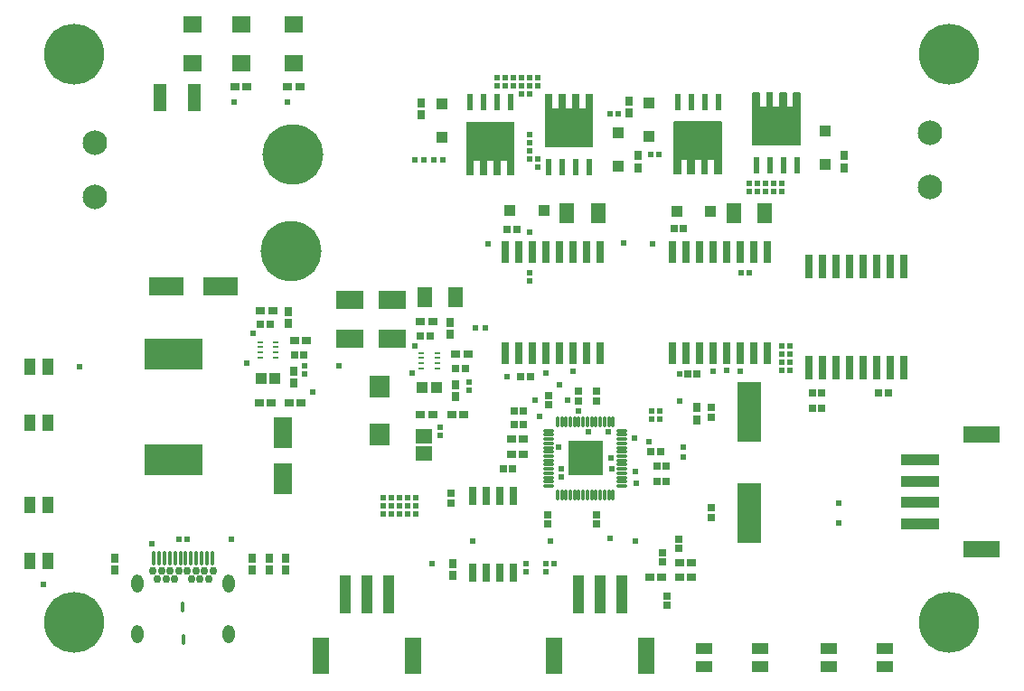
<source format=gbr>
G04*
G04 #@! TF.GenerationSoftware,Altium Limited,Altium Designer,24.2.2 (26)*
G04*
G04 Layer_Color=8388736*
%FSLAX44Y44*%
%MOMM*%
G71*
G04*
G04 #@! TF.SameCoordinates,B6E7CD46-7335-45AA-B55C-DBCC516995BC*
G04*
G04*
G04 #@! TF.FilePolarity,Negative*
G04*
G01*
G75*
%ADD29R,1.0000X1.5500*%
%ADD34R,0.6096X0.2794*%
%ADD40R,0.6500X2.2500*%
%ADD44R,1.5500X1.0000*%
%ADD54R,2.6016X1.8016*%
%ADD55R,0.7416X0.7016*%
%ADD56O,0.3016X1.1016*%
%ADD57O,0.4016X1.3016*%
%ADD58R,0.6000X1.5000*%
%ADD59R,0.8516X0.7016*%
%ADD60R,1.6016X3.5016*%
%ADD61R,1.1016X3.6016*%
%ADD62R,3.3016X1.7016*%
%ADD63R,1.9016X2.1016*%
%ADD64R,1.5016X1.4016*%
%ADD65R,0.7016X0.8516*%
%ADD66R,1.0016X1.1016*%
%ADD67R,0.7016X0.7416*%
%ADD68R,1.4016X1.9016*%
%ADD69R,5.5016X3.0016*%
%ADD70R,2.2016X5.7016*%
G04:AMPARAMS|DCode=71|XSize=0.3016mm|YSize=0.9416mm|CornerRadius=0.0758mm|HoleSize=0mm|Usage=FLASHONLY|Rotation=90.000|XOffset=0mm|YOffset=0mm|HoleType=Round|Shape=RoundedRectangle|*
%AMROUNDEDRECTD71*
21,1,0.3016,0.7900,0,0,90.0*
21,1,0.1500,0.9416,0,0,90.0*
1,1,0.1516,0.3950,0.0750*
1,1,0.1516,0.3950,-0.0750*
1,1,0.1516,-0.3950,-0.0750*
1,1,0.1516,-0.3950,0.0750*
%
%ADD71ROUNDEDRECTD71*%
G04:AMPARAMS|DCode=72|XSize=0.9416mm|YSize=0.3016mm|CornerRadius=0.0758mm|HoleSize=0mm|Usage=FLASHONLY|Rotation=90.000|XOffset=0mm|YOffset=0mm|HoleType=Round|Shape=RoundedRectangle|*
%AMROUNDEDRECTD72*
21,1,0.9416,0.1500,0,0,90.0*
21,1,0.7900,0.3016,0,0,90.0*
1,1,0.1516,0.0750,0.3950*
1,1,0.1516,0.0750,-0.3950*
1,1,0.1516,-0.0750,-0.3950*
1,1,0.1516,-0.0750,0.3950*
%
%ADD72ROUNDEDRECTD72*%
%ADD73R,3.2016X3.2016*%
%ADD74R,3.5016X1.6016*%
%ADD75R,3.6016X1.1016*%
%ADD76R,0.7516X2.0266*%
%ADD77R,0.7516X1.7516*%
%ADD78R,1.7016X1.6016*%
%ADD79R,1.7016X2.9016*%
%ADD80R,1.0516X1.0016*%
%ADD81R,1.0016X1.0516*%
%ADD82R,1.2516X2.6016*%
%ADD83C,2.3016*%
%ADD84O,1.1016X1.7016*%
%ADD85C,0.7516*%
%ADD86O,5.7016X5.6016*%
%ADD87O,5.6016X5.7016*%
%ADD88C,0.6096*%
G36*
X716740Y774040D02*
X716839Y774031D01*
X716935Y774002D01*
X717023Y773954D01*
X717101Y773891D01*
X717164Y773814D01*
X717211Y773725D01*
X717241Y773630D01*
X717250Y773530D01*
X717250Y724579D01*
Y724579D01*
Y724579D01*
X717245Y724525D01*
X717240Y724479D01*
X717240Y724479D01*
Y724479D01*
X717225Y724429D01*
X717211Y724383D01*
X717211Y724383D01*
X717211Y724383D01*
X717180Y724324D01*
X717164Y724295D01*
X717164Y724295D01*
X717164Y724295D01*
X717126Y724248D01*
X717101Y724218D01*
X717101Y724218D01*
X717101Y724218D01*
X717070Y724193D01*
X717023Y724154D01*
X717023Y724154D01*
X717023Y724154D01*
X716994Y724139D01*
X716935Y724107D01*
X716935Y724107D01*
X716935Y724107D01*
X716889Y724093D01*
X716839Y724078D01*
X716839D01*
X716839Y724078D01*
X716793Y724073D01*
X716740Y724068D01*
X716740D01*
X716740D01*
X710740Y724070D01*
X710686Y724075D01*
X710640Y724080D01*
X710640Y724080D01*
X710640D01*
X710591Y724095D01*
X710545Y724109D01*
X710545Y724109D01*
X710545Y724109D01*
X710485Y724141D01*
X710456Y724156D01*
X710456Y724156D01*
X710456Y724156D01*
X710409Y724194D01*
X710379Y724219D01*
X710379Y724220D01*
X710379Y724220D01*
X710354Y724250D01*
X710316Y724297D01*
X710315Y724297D01*
X710315Y724297D01*
X710300Y724326D01*
X710268Y724385D01*
X710268Y724385D01*
X710268Y724385D01*
X710254Y724431D01*
X710239Y724481D01*
Y724481D01*
X710239Y724481D01*
X710235Y724527D01*
X710230Y724580D01*
Y737570D01*
X704344D01*
Y724582D01*
X704338Y724519D01*
X704335Y724483D01*
X704335Y724483D01*
X704335Y724483D01*
X704318Y724427D01*
X704306Y724387D01*
X704306Y724387D01*
X704305Y724387D01*
X704279Y724338D01*
X704258Y724299D01*
X704258Y724299D01*
X704258Y724299D01*
X704223Y724256D01*
X704195Y724222D01*
X704195Y724221D01*
X704195Y724221D01*
X704161Y724193D01*
X704118Y724158D01*
X704118Y724158D01*
X704118Y724158D01*
X704079Y724137D01*
X704030Y724111D01*
X704029Y724111D01*
X704029Y724111D01*
X703990Y724099D01*
X703934Y724082D01*
X703934Y724082D01*
X703933Y724082D01*
X703898Y724078D01*
X703834Y724072D01*
X698246Y724068D01*
X698246Y724068D01*
X698246Y724068D01*
X698183Y724074D01*
X698147Y724078D01*
X698147Y724078D01*
X698146Y724078D01*
X698090Y724095D01*
X698051Y724107D01*
X698051Y724107D01*
X698051Y724107D01*
X698002Y724133D01*
X697963Y724154D01*
X697963Y724154D01*
X697962Y724154D01*
X697920Y724189D01*
X697885Y724218D01*
X697885Y724218D01*
X697885Y724218D01*
X697857Y724252D01*
X697822Y724295D01*
X697822Y724295D01*
X697822Y724295D01*
X697801Y724334D01*
X697775Y724383D01*
X697775Y724383D01*
X697774Y724383D01*
X697757Y724439D01*
X697745Y724479D01*
Y724479D01*
X697745Y724479D01*
X697740Y724536D01*
X697736Y724578D01*
X697736Y724579D01*
X697736Y724579D01*
Y737570D01*
X691898D01*
Y724574D01*
X691892Y724511D01*
X691889Y724475D01*
X691889Y724475D01*
X691889Y724475D01*
X691872Y724419D01*
X691860Y724379D01*
X691860Y724379D01*
X691860Y724379D01*
X691833Y724330D01*
X691813Y724291D01*
X691813Y724291D01*
X691812Y724291D01*
X691777Y724248D01*
X691749Y724214D01*
X691749Y724214D01*
X691749Y724213D01*
X691715Y724185D01*
X691672Y724150D01*
X691672Y724150D01*
X691672Y724150D01*
X691633Y724129D01*
X691584Y724103D01*
X691583Y724103D01*
X691583Y724103D01*
X691527Y724086D01*
X691488Y724074D01*
X691488D01*
X691488Y724074D01*
X691431Y724068D01*
X691388Y724064D01*
X685292Y724060D01*
X685292Y724060D01*
X685292Y724060D01*
X685229Y724066D01*
X685193Y724070D01*
X685193Y724070D01*
X685192Y724070D01*
X685136Y724087D01*
X685097Y724099D01*
X685097Y724099D01*
X685097Y724099D01*
X685048Y724125D01*
X685009Y724146D01*
X685009Y724146D01*
X685008Y724146D01*
X684966Y724181D01*
X684931Y724209D01*
X684931Y724209D01*
X684931Y724210D01*
X684903Y724244D01*
X684868Y724287D01*
X684868Y724287D01*
X684867Y724287D01*
X684847Y724326D01*
X684820Y724375D01*
X684820Y724375D01*
X684820Y724375D01*
X684803Y724431D01*
X684791Y724471D01*
Y724471D01*
X684791Y724471D01*
X684786Y724528D01*
X684781Y724570D01*
X684781Y724570D01*
X684781Y724570D01*
Y737570D01*
X679198D01*
Y724589D01*
X679194Y724543D01*
X679189Y724490D01*
X679189Y724490D01*
X679189Y724490D01*
X679174Y724443D01*
X679160Y724395D01*
X679160Y724394D01*
X679159Y724394D01*
X679135Y724349D01*
X679113Y724306D01*
X679112Y724306D01*
X679112Y724306D01*
X679081Y724268D01*
X679049Y724229D01*
X679049Y724229D01*
X679049Y724228D01*
X679010Y724197D01*
X678972Y724165D01*
X678972Y724165D01*
X678971Y724165D01*
X678930Y724143D01*
X678884Y724118D01*
X678884Y724118D01*
X678883Y724118D01*
X678836Y724103D01*
X678788Y724089D01*
X678788Y724089D01*
X678788Y724089D01*
X678736Y724083D01*
X678689Y724079D01*
X672641Y724070D01*
X672640Y724070D01*
X672640Y724070D01*
X672592Y724075D01*
X672541Y724080D01*
X672541Y724080D01*
X672540Y724080D01*
X672493Y724094D01*
X672445Y724109D01*
X672445Y724109D01*
X672444Y724109D01*
X672395Y724135D01*
X672357Y724156D01*
X672357Y724156D01*
X672356Y724156D01*
X672315Y724190D01*
X672279Y724219D01*
X672279Y724219D01*
X672279Y724219D01*
X672242Y724264D01*
X672216Y724296D01*
X672216Y724296D01*
X672215Y724297D01*
X672186Y724352D01*
X672169Y724384D01*
X672168Y724385D01*
X672168Y724385D01*
X672152Y724439D01*
X672139Y724480D01*
X672139Y724480D01*
X672139Y724481D01*
X672134Y724532D01*
X672129Y724580D01*
X672129Y724580D01*
X672129Y724580D01*
X672130Y773530D01*
X672139Y773630D01*
X672168Y773725D01*
X672216Y773814D01*
X672279Y773891D01*
X672356Y773954D01*
X672445Y774002D01*
X672540Y774031D01*
X672640Y774041D01*
X716740Y774040D01*
D02*
G37*
G36*
X777811Y799839D02*
X777847Y799835D01*
X777847Y799835D01*
X777848Y799835D01*
X777904Y799818D01*
X777943Y799806D01*
X777943Y799806D01*
X777943Y799806D01*
X777992Y799780D01*
X778031Y799759D01*
X778031Y799759D01*
X778032Y799759D01*
X778074Y799724D01*
X778109Y799696D01*
X778109Y799696D01*
X778109Y799696D01*
X778137Y799661D01*
X778172Y799618D01*
X778172Y799618D01*
X778173Y799618D01*
X778193Y799579D01*
X778220Y799530D01*
X778220Y799530D01*
X778220Y799530D01*
X778237Y799474D01*
X778249Y799434D01*
Y799434D01*
X778249Y799434D01*
X778254Y799377D01*
X778259Y799335D01*
X778259Y799335D01*
X778259Y799334D01*
Y786336D01*
X783842D01*
Y799316D01*
X783846Y799362D01*
X783851Y799415D01*
X783851Y799415D01*
X783851Y799415D01*
X783866Y799463D01*
X783880Y799510D01*
X783880Y799511D01*
X783880Y799511D01*
X783905Y799556D01*
X783927Y799599D01*
X783928Y799599D01*
X783928Y799599D01*
X783959Y799637D01*
X783991Y799676D01*
X783991Y799677D01*
X783991Y799677D01*
X784030Y799708D01*
X784068Y799740D01*
X784068Y799740D01*
X784069Y799740D01*
X784110Y799762D01*
X784156Y799787D01*
X784156Y799787D01*
X784157Y799787D01*
X784204Y799802D01*
X784252Y799816D01*
X784252Y799816D01*
X784252Y799816D01*
X784304Y799821D01*
X784351Y799826D01*
X790399Y799835D01*
X790400Y799835D01*
X790400Y799835D01*
X790448Y799830D01*
X790499Y799825D01*
X790499Y799825D01*
X790500Y799825D01*
X790547Y799811D01*
X790595Y799797D01*
X790595Y799796D01*
X790596Y799796D01*
X790645Y799770D01*
X790683Y799750D01*
X790683Y799749D01*
X790684Y799749D01*
X790725Y799715D01*
X790761Y799686D01*
X790761Y799686D01*
X790761Y799686D01*
X790798Y799641D01*
X790824Y799609D01*
X790824Y799609D01*
X790825Y799608D01*
X790854Y799553D01*
X790872Y799521D01*
X790872Y799520D01*
X790872Y799520D01*
X790888Y799465D01*
X790901Y799425D01*
X790901Y799425D01*
X790901Y799424D01*
X790906Y799373D01*
X790911Y799325D01*
X790911Y799325D01*
X790911Y799325D01*
X790910Y750375D01*
X790901Y750275D01*
X790872Y750180D01*
X790824Y750091D01*
X790761Y750014D01*
X790684Y749950D01*
X790595Y749903D01*
X790500Y749874D01*
X790400Y749865D01*
X746300Y749865D01*
X746201Y749874D01*
X746105Y749903D01*
X746017Y749951D01*
X745939Y750014D01*
X745876Y750091D01*
X745829Y750180D01*
X745799Y750275D01*
X745790Y750375D01*
X745790Y799326D01*
Y799326D01*
Y799326D01*
X745795Y799380D01*
X745800Y799426D01*
X745800Y799426D01*
Y799426D01*
X745815Y799475D01*
X745829Y799522D01*
X745829Y799522D01*
X745829Y799522D01*
X745860Y799581D01*
X745876Y799610D01*
X745876Y799610D01*
X745876Y799610D01*
X745914Y799657D01*
X745939Y799687D01*
X745939Y799687D01*
X745939Y799687D01*
X745970Y799712D01*
X746017Y799751D01*
X746017Y799751D01*
X746017Y799751D01*
X746046Y799766D01*
X746105Y799798D01*
X746105Y799798D01*
X746105Y799798D01*
X746151Y799812D01*
X746201Y799827D01*
X746201D01*
X746201Y799827D01*
X746247Y799831D01*
X746300Y799837D01*
X746300D01*
X746300D01*
X752300Y799835D01*
X752354Y799830D01*
X752400Y799825D01*
X752400Y799825D01*
X752400D01*
X752449Y799810D01*
X752495Y799796D01*
X752495Y799796D01*
X752495Y799796D01*
X752555Y799764D01*
X752584Y799749D01*
X752584Y799749D01*
X752584Y799749D01*
X752630Y799710D01*
X752661Y799686D01*
X752661Y799686D01*
X752661Y799686D01*
X752686Y799655D01*
X752724Y799608D01*
X752725Y799608D01*
X752725Y799608D01*
X752740Y799579D01*
X752772Y799520D01*
X752772Y799520D01*
X752772Y799520D01*
X752786Y799474D01*
X752801Y799424D01*
Y799424D01*
X752801Y799424D01*
X752805Y799378D01*
X752810Y799325D01*
Y786336D01*
X758696D01*
Y799323D01*
X758702Y799386D01*
X758705Y799422D01*
X758705Y799422D01*
X758705Y799422D01*
X758722Y799478D01*
X758734Y799518D01*
X758734Y799518D01*
X758735Y799518D01*
X758761Y799567D01*
X758782Y799606D01*
X758782Y799606D01*
X758782Y799606D01*
X758817Y799649D01*
X758845Y799683D01*
X758845Y799684D01*
X758845Y799684D01*
X758879Y799712D01*
X758922Y799747D01*
X758922Y799747D01*
X758923Y799747D01*
X758961Y799768D01*
X759010Y799794D01*
X759011Y799794D01*
X759011Y799794D01*
X759050Y799806D01*
X759106Y799823D01*
X759106Y799823D01*
X759107Y799823D01*
X759142Y799827D01*
X759206Y799833D01*
X764794Y799837D01*
X764794Y799837D01*
X764794Y799837D01*
X764857Y799830D01*
X764893Y799827D01*
X764893Y799827D01*
X764894Y799827D01*
X764950Y799810D01*
X764989Y799798D01*
X764989Y799798D01*
X764989Y799798D01*
X765038Y799772D01*
X765077Y799751D01*
X765077Y799751D01*
X765078Y799751D01*
X765120Y799716D01*
X765155Y799688D01*
X765155Y799687D01*
X765155Y799687D01*
X765183Y799653D01*
X765218Y799610D01*
X765218Y799610D01*
X765218Y799610D01*
X765239Y799571D01*
X765266Y799522D01*
X765266Y799522D01*
X765266Y799522D01*
X765283Y799465D01*
X765295Y799426D01*
Y799426D01*
X765295Y799426D01*
X765300Y799369D01*
X765304Y799327D01*
X765304Y799326D01*
X765304Y799326D01*
Y786336D01*
X771142D01*
Y799331D01*
X771148Y799394D01*
X771151Y799430D01*
X771151Y799430D01*
X771151Y799430D01*
X771168Y799486D01*
X771180Y799526D01*
X771180Y799526D01*
X771180Y799526D01*
X771207Y799575D01*
X771227Y799614D01*
X771227Y799614D01*
X771228Y799614D01*
X771263Y799657D01*
X771291Y799691D01*
X771291Y799691D01*
X771291Y799692D01*
X771325Y799719D01*
X771368Y799755D01*
X771368Y799755D01*
X771368Y799755D01*
X771407Y799776D01*
X771456Y799802D01*
X771457Y799802D01*
X771457Y799802D01*
X771513Y799819D01*
X771552Y799831D01*
X771552D01*
X771552Y799831D01*
X771609Y799837D01*
X771652Y799841D01*
X777748Y799845D01*
X777748Y799845D01*
X777748Y799845D01*
X777811Y799839D01*
D02*
G37*
G36*
X911050Y774331D02*
X911149Y774321D01*
X911245Y774292D01*
X911333Y774245D01*
X911411Y774181D01*
X911474Y774104D01*
X911521Y774015D01*
X911551Y773920D01*
X911560Y773820D01*
X911560Y724869D01*
Y724869D01*
Y724869D01*
X911555Y724815D01*
X911550Y724769D01*
X911550Y724769D01*
Y724769D01*
X911535Y724720D01*
X911521Y724673D01*
X911521Y724673D01*
X911521Y724673D01*
X911490Y724614D01*
X911474Y724585D01*
X911474Y724585D01*
X911474Y724585D01*
X911436Y724538D01*
X911411Y724508D01*
X911411Y724508D01*
X911411Y724508D01*
X911380Y724483D01*
X911333Y724444D01*
X911333Y724444D01*
X911333Y724444D01*
X911304Y724429D01*
X911245Y724397D01*
X911245Y724397D01*
X911245Y724397D01*
X911199Y724383D01*
X911149Y724368D01*
X911149D01*
X911149Y724368D01*
X911103Y724364D01*
X911050Y724358D01*
X911050D01*
X911050D01*
X905050Y724360D01*
X904996Y724365D01*
X904950Y724370D01*
X904950Y724370D01*
X904950D01*
X904901Y724385D01*
X904855Y724399D01*
X904855Y724399D01*
X904855Y724399D01*
X904795Y724431D01*
X904766Y724446D01*
X904766Y724446D01*
X904766Y724446D01*
X904719Y724485D01*
X904689Y724510D01*
X904689Y724510D01*
X904689Y724510D01*
X904664Y724540D01*
X904626Y724587D01*
X904625Y724587D01*
X904625Y724587D01*
X904610Y724616D01*
X904578Y724675D01*
X904578Y724675D01*
X904578Y724675D01*
X904564Y724722D01*
X904549Y724771D01*
Y724771D01*
X904549Y724771D01*
X904545Y724817D01*
X904540Y724871D01*
Y737860D01*
X898654D01*
Y724872D01*
X898648Y724809D01*
X898645Y724773D01*
X898645Y724773D01*
X898645Y724773D01*
X898628Y724717D01*
X898616Y724677D01*
X898616Y724677D01*
X898615Y724677D01*
X898589Y724628D01*
X898568Y724589D01*
X898568Y724589D01*
X898568Y724589D01*
X898533Y724546D01*
X898505Y724512D01*
X898505Y724511D01*
X898505Y724511D01*
X898471Y724483D01*
X898428Y724448D01*
X898428Y724448D01*
X898428Y724448D01*
X898389Y724427D01*
X898340Y724401D01*
X898339Y724401D01*
X898339Y724401D01*
X898300Y724389D01*
X898244Y724372D01*
X898244Y724372D01*
X898243Y724372D01*
X898208Y724368D01*
X898144Y724362D01*
X892556Y724358D01*
X892556Y724358D01*
X892556Y724358D01*
X892493Y724365D01*
X892457Y724368D01*
X892457Y724368D01*
X892456Y724368D01*
X892400Y724385D01*
X892361Y724397D01*
X892361Y724397D01*
X892361Y724397D01*
X892312Y724423D01*
X892273Y724444D01*
X892273Y724444D01*
X892272Y724444D01*
X892230Y724480D01*
X892195Y724508D01*
X892195Y724508D01*
X892195Y724508D01*
X892167Y724542D01*
X892132Y724585D01*
X892132Y724585D01*
X892132Y724585D01*
X892111Y724624D01*
X892085Y724673D01*
X892085Y724673D01*
X892084Y724673D01*
X892067Y724730D01*
X892055Y724769D01*
Y724769D01*
X892055Y724769D01*
X892050Y724826D01*
X892046Y724868D01*
X892046Y724869D01*
X892046Y724869D01*
Y737860D01*
X886208D01*
Y724865D01*
X886202Y724801D01*
X886199Y724765D01*
X886199Y724765D01*
X886199Y724765D01*
X886182Y724709D01*
X886170Y724669D01*
X886170Y724669D01*
X886170Y724669D01*
X886143Y724620D01*
X886123Y724581D01*
X886123Y724581D01*
X886122Y724581D01*
X886087Y724538D01*
X886059Y724504D01*
X886059Y724504D01*
X886059Y724503D01*
X886025Y724475D01*
X885982Y724440D01*
X885982Y724440D01*
X885982Y724440D01*
X885943Y724419D01*
X885894Y724393D01*
X885893Y724393D01*
X885893Y724393D01*
X885837Y724376D01*
X885798Y724364D01*
X885798D01*
X885798Y724364D01*
X885741Y724358D01*
X885698Y724354D01*
X879602Y724350D01*
X879602Y724350D01*
X879602Y724350D01*
X879539Y724356D01*
X879503Y724360D01*
X879503Y724360D01*
X879502Y724360D01*
X879446Y724377D01*
X879407Y724389D01*
X879407Y724389D01*
X879407Y724389D01*
X879358Y724415D01*
X879319Y724436D01*
X879319Y724436D01*
X879318Y724436D01*
X879276Y724471D01*
X879241Y724499D01*
X879241Y724500D01*
X879241Y724500D01*
X879213Y724534D01*
X879178Y724577D01*
X879178Y724577D01*
X879177Y724577D01*
X879157Y724616D01*
X879130Y724665D01*
X879130Y724665D01*
X879130Y724665D01*
X879113Y724721D01*
X879101Y724761D01*
Y724761D01*
X879101Y724761D01*
X879096Y724818D01*
X879091Y724860D01*
X879091Y724860D01*
X879091Y724861D01*
Y737860D01*
X873508D01*
Y724879D01*
X873504Y724833D01*
X873499Y724780D01*
X873499Y724780D01*
X873499Y724780D01*
X873484Y724733D01*
X873470Y724685D01*
X873470Y724684D01*
X873469Y724684D01*
X873445Y724639D01*
X873423Y724596D01*
X873422Y724596D01*
X873422Y724596D01*
X873391Y724558D01*
X873359Y724519D01*
X873359Y724519D01*
X873359Y724518D01*
X873320Y724487D01*
X873282Y724455D01*
X873282Y724455D01*
X873281Y724455D01*
X873240Y724433D01*
X873194Y724408D01*
X873194Y724408D01*
X873193Y724408D01*
X873146Y724393D01*
X873098Y724379D01*
X873098Y724379D01*
X873098Y724379D01*
X873046Y724374D01*
X872999Y724369D01*
X866951Y724360D01*
X866950Y724360D01*
X866950Y724360D01*
X866902Y724365D01*
X866851Y724370D01*
X866851Y724370D01*
X866850Y724370D01*
X866803Y724384D01*
X866755Y724399D01*
X866755Y724399D01*
X866754Y724399D01*
X866705Y724425D01*
X866667Y724446D01*
X866667Y724446D01*
X866666Y724446D01*
X866625Y724480D01*
X866589Y724509D01*
X866589Y724509D01*
X866589Y724510D01*
X866552Y724554D01*
X866526Y724586D01*
X866526Y724586D01*
X866525Y724587D01*
X866496Y724642D01*
X866479Y724674D01*
X866478Y724675D01*
X866478Y724675D01*
X866462Y724730D01*
X866449Y724770D01*
X866449Y724771D01*
X866449Y724771D01*
X866444Y724822D01*
X866439Y724870D01*
X866439Y724870D01*
X866439Y724871D01*
X866440Y773820D01*
X866449Y773920D01*
X866478Y774016D01*
X866526Y774104D01*
X866589Y774181D01*
X866666Y774245D01*
X866755Y774292D01*
X866850Y774321D01*
X866950Y774331D01*
X911050Y774331D01*
D02*
G37*
G36*
X972121Y801304D02*
X972157Y801300D01*
X972157Y801300D01*
X972158Y801300D01*
X972214Y801283D01*
X972253Y801271D01*
X972253Y801271D01*
X972253Y801271D01*
X972302Y801245D01*
X972341Y801224D01*
X972341Y801224D01*
X972342Y801224D01*
X972384Y801189D01*
X972419Y801161D01*
X972419Y801161D01*
X972419Y801161D01*
X972447Y801126D01*
X972482Y801083D01*
X972482Y801083D01*
X972483Y801083D01*
X972503Y801044D01*
X972530Y800995D01*
X972530Y800995D01*
X972530Y800995D01*
X972547Y800939D01*
X972559Y800900D01*
Y800899D01*
X972559Y800899D01*
X972564Y800842D01*
X972569Y800800D01*
X972569Y800800D01*
X972569Y800800D01*
Y787801D01*
X978152D01*
Y800781D01*
X978156Y800827D01*
X978161Y800880D01*
X978161Y800880D01*
X978161Y800880D01*
X978176Y800928D01*
X978190Y800975D01*
X978190Y800976D01*
X978191Y800976D01*
X978215Y801021D01*
X978237Y801064D01*
X978238Y801064D01*
X978238Y801064D01*
X978269Y801102D01*
X978301Y801141D01*
X978301Y801142D01*
X978301Y801142D01*
X978340Y801173D01*
X978378Y801205D01*
X978378Y801205D01*
X978379Y801205D01*
X978420Y801228D01*
X978466Y801252D01*
X978466Y801252D01*
X978467Y801252D01*
X978514Y801267D01*
X978562Y801281D01*
X978562Y801281D01*
X978562Y801282D01*
X978614Y801287D01*
X978661Y801291D01*
X984709Y801300D01*
X984710Y801300D01*
X984710Y801300D01*
X984758Y801295D01*
X984809Y801291D01*
X984809Y801290D01*
X984810Y801290D01*
X984857Y801276D01*
X984905Y801262D01*
X984905Y801261D01*
X984906Y801261D01*
X984955Y801235D01*
X984993Y801215D01*
X984993Y801214D01*
X984994Y801214D01*
X985035Y801180D01*
X985071Y801151D01*
X985071Y801151D01*
X985071Y801151D01*
X985108Y801106D01*
X985134Y801074D01*
X985134Y801074D01*
X985135Y801073D01*
X985164Y801018D01*
X985182Y800986D01*
X985182Y800985D01*
X985182Y800985D01*
X985198Y800931D01*
X985211Y800890D01*
X985211Y800890D01*
X985211Y800889D01*
X985216Y800838D01*
X985221Y800790D01*
X985221Y800790D01*
X985221Y800790D01*
X985220Y751840D01*
X985211Y751740D01*
X985182Y751645D01*
X985134Y751556D01*
X985071Y751479D01*
X984994Y751416D01*
X984905Y751368D01*
X984810Y751339D01*
X984710Y751329D01*
X940610Y751330D01*
X940511Y751339D01*
X940415Y751368D01*
X940327Y751416D01*
X940249Y751479D01*
X940186Y751556D01*
X940139Y751645D01*
X940109Y751740D01*
X940100Y751840D01*
X940100Y800791D01*
Y800791D01*
Y800791D01*
X940105Y800845D01*
X940110Y800891D01*
X940110Y800891D01*
Y800891D01*
X940125Y800941D01*
X940139Y800987D01*
X940139Y800987D01*
X940139Y800987D01*
X940170Y801046D01*
X940186Y801075D01*
X940186Y801075D01*
X940186Y801075D01*
X940224Y801122D01*
X940249Y801152D01*
X940249Y801152D01*
X940249Y801152D01*
X940280Y801177D01*
X940327Y801216D01*
X940327Y801216D01*
X940327Y801216D01*
X940356Y801231D01*
X940415Y801263D01*
X940415Y801263D01*
X940415Y801263D01*
X940461Y801277D01*
X940511Y801292D01*
X940511D01*
X940511Y801292D01*
X940557Y801296D01*
X940610Y801302D01*
X940610D01*
X940610D01*
X946610Y801300D01*
X946664Y801295D01*
X946710Y801290D01*
X946710Y801290D01*
X946710D01*
X946759Y801275D01*
X946805Y801261D01*
X946805Y801261D01*
X946805Y801261D01*
X946865Y801229D01*
X946894Y801214D01*
X946894Y801214D01*
X946894Y801214D01*
X946941Y801176D01*
X946971Y801151D01*
X946971Y801151D01*
X946971Y801151D01*
X946996Y801120D01*
X947034Y801073D01*
X947035Y801073D01*
X947035Y801073D01*
X947050Y801044D01*
X947082Y800985D01*
X947082Y800985D01*
X947082Y800985D01*
X947096Y800939D01*
X947111Y800889D01*
Y800889D01*
X947111Y800889D01*
X947115Y800843D01*
X947120Y800790D01*
Y787801D01*
X953006D01*
Y800788D01*
X953012Y800851D01*
X953015Y800887D01*
X953015Y800887D01*
X953015Y800887D01*
X953032Y800943D01*
X953044Y800983D01*
X953044Y800983D01*
X953045Y800983D01*
X953071Y801032D01*
X953092Y801071D01*
X953092Y801071D01*
X953092Y801071D01*
X953127Y801114D01*
X953155Y801149D01*
X953155Y801149D01*
X953155Y801149D01*
X953189Y801177D01*
X953232Y801212D01*
X953232Y801212D01*
X953232Y801212D01*
X953271Y801233D01*
X953320Y801259D01*
X953321Y801259D01*
X953321Y801259D01*
X953360Y801271D01*
X953416Y801288D01*
X953416Y801288D01*
X953417Y801288D01*
X953452Y801292D01*
X953516Y801298D01*
X959104Y801302D01*
X959104Y801302D01*
X959104Y801302D01*
X959167Y801296D01*
X959203Y801292D01*
X959203Y801292D01*
X959204Y801292D01*
X959260Y801275D01*
X959299Y801263D01*
X959299Y801263D01*
X959299Y801263D01*
X959348Y801237D01*
X959387Y801216D01*
X959387Y801216D01*
X959388Y801216D01*
X959430Y801181D01*
X959465Y801152D01*
X959465Y801152D01*
X959465Y801152D01*
X959493Y801118D01*
X959528Y801075D01*
X959528Y801075D01*
X959528Y801075D01*
X959549Y801036D01*
X959576Y800987D01*
X959576Y800987D01*
X959576Y800987D01*
X959593Y800930D01*
X959605Y800891D01*
Y800891D01*
X959605Y800891D01*
X959610Y800834D01*
X959614Y800792D01*
X959614Y800791D01*
X959614Y800791D01*
Y787801D01*
X965452D01*
Y800796D01*
X965458Y800859D01*
X965461Y800895D01*
X965461Y800895D01*
X965461Y800895D01*
X965478Y800951D01*
X965490Y800991D01*
X965490Y800991D01*
X965490Y800991D01*
X965517Y801040D01*
X965537Y801079D01*
X965537Y801079D01*
X965538Y801079D01*
X965573Y801122D01*
X965601Y801156D01*
X965601Y801156D01*
X965601Y801157D01*
X965635Y801185D01*
X965678Y801220D01*
X965678Y801220D01*
X965678Y801220D01*
X965717Y801241D01*
X965766Y801267D01*
X965767Y801267D01*
X965767Y801267D01*
X965823Y801284D01*
X965862Y801296D01*
X965862D01*
X965862Y801296D01*
X965919Y801302D01*
X965962Y801306D01*
X972058Y801310D01*
X972058Y801310D01*
X972058Y801310D01*
X972121Y801304D01*
D02*
G37*
D29*
X263200Y362370D02*
D03*
Y414870D02*
D03*
X280200Y362370D02*
D03*
Y414870D02*
D03*
X263200Y491910D02*
D03*
Y544410D02*
D03*
X280200Y491910D02*
D03*
Y544410D02*
D03*
D34*
X645033Y557410D02*
D03*
Y552410D02*
D03*
Y547410D02*
D03*
Y542410D02*
D03*
X630047D02*
D03*
Y547410D02*
D03*
Y552410D02*
D03*
Y557410D02*
D03*
X493903Y567570D02*
D03*
Y562570D02*
D03*
Y557570D02*
D03*
Y552570D02*
D03*
X478917D02*
D03*
Y557570D02*
D03*
Y562570D02*
D03*
Y567570D02*
D03*
D40*
X1082040Y543050D02*
D03*
X1069340D02*
D03*
X1056640D02*
D03*
X1043940D02*
D03*
X1031240D02*
D03*
X1018540D02*
D03*
X1005840D02*
D03*
X993140D02*
D03*
Y638050D02*
D03*
X1005840D02*
D03*
X1018540D02*
D03*
X1031240D02*
D03*
X1043940D02*
D03*
X1056640D02*
D03*
X1069340D02*
D03*
X1082040D02*
D03*
D44*
X1063840Y263200D02*
D03*
X1011340D02*
D03*
X1063840Y280200D02*
D03*
X1011340D02*
D03*
X947000Y263200D02*
D03*
X894500D02*
D03*
X947000Y280200D02*
D03*
X894500D02*
D03*
D54*
X562930Y570230D02*
D03*
X602930D02*
D03*
X562930Y607060D02*
D03*
X602930D02*
D03*
D55*
X749300Y517480D02*
D03*
Y508680D02*
D03*
X793750Y521290D02*
D03*
Y512490D02*
D03*
X871220Y374060D02*
D03*
Y382860D02*
D03*
X859790Y329520D02*
D03*
Y320720D02*
D03*
X855980Y361360D02*
D03*
Y370160D02*
D03*
X901700Y506050D02*
D03*
Y497250D02*
D03*
Y403270D02*
D03*
Y412070D02*
D03*
X777240Y512490D02*
D03*
Y521290D02*
D03*
X748030Y405720D02*
D03*
Y396920D02*
D03*
X793750Y405720D02*
D03*
Y396920D02*
D03*
X657860Y416650D02*
D03*
Y425450D02*
D03*
D56*
X407030Y288290D02*
D03*
X406780Y319290D02*
D03*
D57*
X434280Y365090D02*
D03*
X429280D02*
D03*
X384280D02*
D03*
X424280D02*
D03*
X419280D02*
D03*
X414280D02*
D03*
X404280D02*
D03*
X399280D02*
D03*
X394280D02*
D03*
X389280D02*
D03*
X379280D02*
D03*
X409280D02*
D03*
D58*
X943610Y732890D02*
D03*
X956310D02*
D03*
X969010D02*
D03*
X981710D02*
D03*
X908050Y792770D02*
D03*
X895350D02*
D03*
X882650D02*
D03*
X869950D02*
D03*
X749300Y731425D02*
D03*
X762000D02*
D03*
X774700D02*
D03*
X787400D02*
D03*
X713740Y792480D02*
D03*
X701040D02*
D03*
X688340D02*
D03*
X675640D02*
D03*
D59*
X714340Y462280D02*
D03*
Y476250D02*
D03*
X669960Y499110D02*
D03*
X658460D02*
D03*
X640750D02*
D03*
X629250D02*
D03*
Y586740D02*
D03*
X640750D02*
D03*
X662270Y556260D02*
D03*
X673770D02*
D03*
X517560Y510540D02*
D03*
X506060D02*
D03*
X883320Y360680D02*
D03*
X871820D02*
D03*
X504790Y806450D02*
D03*
X516290D02*
D03*
X511140Y568960D02*
D03*
X522640D02*
D03*
X455260Y806450D02*
D03*
X466760D02*
D03*
X479390Y596900D02*
D03*
X490890D02*
D03*
X725840Y462280D02*
D03*
Y476250D02*
D03*
X489620Y510540D02*
D03*
X478120D02*
D03*
X871820Y346710D02*
D03*
X883320D02*
D03*
X843880D02*
D03*
X855380D02*
D03*
D60*
X535620Y273290D02*
D03*
X622620D02*
D03*
X754060D02*
D03*
X841060D02*
D03*
D61*
X579120Y330790D02*
D03*
X599120D02*
D03*
X559120D02*
D03*
X797560D02*
D03*
X817560D02*
D03*
X777560D02*
D03*
D62*
X441560Y619760D02*
D03*
X391560D02*
D03*
D63*
X590550Y525420D02*
D03*
Y480420D02*
D03*
D64*
X632460Y463170D02*
D03*
Y479170D02*
D03*
D65*
X661670Y527720D02*
D03*
Y516220D02*
D03*
X656590Y586140D02*
D03*
Y574640D02*
D03*
X471170Y365090D02*
D03*
Y353590D02*
D03*
X487680Y353660D02*
D03*
Y365160D02*
D03*
X502920D02*
D03*
Y353660D02*
D03*
X342900Y365160D02*
D03*
Y353660D02*
D03*
X887730Y506130D02*
D03*
Y494630D02*
D03*
X659130Y360080D02*
D03*
Y348580D02*
D03*
X510540Y540420D02*
D03*
Y528920D02*
D03*
X505460Y596300D02*
D03*
Y584800D02*
D03*
X629920Y791880D02*
D03*
Y780380D02*
D03*
X833120Y730850D02*
D03*
Y742350D02*
D03*
X824230Y793345D02*
D03*
Y781845D02*
D03*
X1026160Y742350D02*
D03*
Y730850D02*
D03*
D66*
X644290Y524510D02*
D03*
X630790D02*
D03*
X493160Y533400D02*
D03*
X479660D02*
D03*
D67*
X638130Y572770D02*
D03*
X629330D02*
D03*
X662350Y542290D02*
D03*
X671150D02*
D03*
X850900Y436880D02*
D03*
X859700D02*
D03*
X520020Y554990D02*
D03*
X511220D02*
D03*
X488270Y584200D02*
D03*
X479470D02*
D03*
X1005160Y519430D02*
D03*
X996360D02*
D03*
Y505460D02*
D03*
X1005160D02*
D03*
X1058590Y519430D02*
D03*
X1067390D02*
D03*
X879520Y537210D02*
D03*
X888320D02*
D03*
X723310Y534670D02*
D03*
X732110D02*
D03*
X715600Y448310D02*
D03*
X706800D02*
D03*
X845230Y464820D02*
D03*
X854030D02*
D03*
X725760Y490220D02*
D03*
X716960D02*
D03*
X850900Y450850D02*
D03*
X859700D02*
D03*
X725760Y502920D02*
D03*
X716960D02*
D03*
X710610Y673100D02*
D03*
X719410D02*
D03*
X866820Y673735D02*
D03*
X875620D02*
D03*
D68*
X662200Y609600D02*
D03*
X633200D02*
D03*
X922760Y688340D02*
D03*
X951760D02*
D03*
X766550D02*
D03*
X795550D02*
D03*
D69*
X397510Y457230D02*
D03*
Y556230D02*
D03*
D70*
X937260Y502160D02*
D03*
Y407160D02*
D03*
D71*
X817940Y432470D02*
D03*
Y436470D02*
D03*
Y440470D02*
D03*
Y444470D02*
D03*
Y448470D02*
D03*
Y452470D02*
D03*
Y456470D02*
D03*
Y460470D02*
D03*
Y464470D02*
D03*
Y468470D02*
D03*
Y472470D02*
D03*
Y476470D02*
D03*
Y480470D02*
D03*
Y484470D02*
D03*
X749240D02*
D03*
Y480470D02*
D03*
Y476470D02*
D03*
Y472470D02*
D03*
Y468470D02*
D03*
Y464470D02*
D03*
Y460470D02*
D03*
Y456470D02*
D03*
Y452470D02*
D03*
Y448470D02*
D03*
Y444470D02*
D03*
Y440470D02*
D03*
Y436470D02*
D03*
Y432470D02*
D03*
D72*
X757590Y424120D02*
D03*
X761590D02*
D03*
X765590D02*
D03*
X769590D02*
D03*
X773590D02*
D03*
X777590D02*
D03*
X781590D02*
D03*
X785590D02*
D03*
X789590D02*
D03*
X793590D02*
D03*
X797590D02*
D03*
X801590D02*
D03*
X805590D02*
D03*
X809590D02*
D03*
Y492820D02*
D03*
X805590D02*
D03*
X801590D02*
D03*
X797590D02*
D03*
X793590D02*
D03*
X789590D02*
D03*
X785590D02*
D03*
X781590D02*
D03*
X777590D02*
D03*
X773590D02*
D03*
X769590D02*
D03*
X765590D02*
D03*
X761590D02*
D03*
X757590D02*
D03*
D73*
X783590Y458470D02*
D03*
D74*
X1154430Y373380D02*
D03*
Y480380D02*
D03*
D75*
X1096930Y436880D02*
D03*
Y456880D02*
D03*
Y416880D02*
D03*
Y396880D02*
D03*
D76*
X953770Y651640D02*
D03*
X941070D02*
D03*
X928370D02*
D03*
X915670D02*
D03*
X902970D02*
D03*
X890270D02*
D03*
X877570D02*
D03*
X864870D02*
D03*
Y557400D02*
D03*
X877570D02*
D03*
X890270D02*
D03*
X902970D02*
D03*
X915670D02*
D03*
X928370D02*
D03*
X941070D02*
D03*
X953770D02*
D03*
X797560Y651640D02*
D03*
X784860D02*
D03*
X772160D02*
D03*
X759460D02*
D03*
X746760D02*
D03*
X734060D02*
D03*
X721360D02*
D03*
X708660D02*
D03*
Y557400D02*
D03*
X721360D02*
D03*
X734060D02*
D03*
X746760D02*
D03*
X759460D02*
D03*
X772160D02*
D03*
X784860D02*
D03*
X797560D02*
D03*
D77*
X678180Y351350D02*
D03*
X690880D02*
D03*
X703580D02*
D03*
X716280D02*
D03*
Y423350D02*
D03*
X703580D02*
D03*
X690880D02*
D03*
X678180D02*
D03*
D78*
X510540Y829090D02*
D03*
Y865090D02*
D03*
X461645D02*
D03*
Y829090D02*
D03*
X415290Y865090D02*
D03*
Y829090D02*
D03*
D79*
X500380Y439510D02*
D03*
Y482510D02*
D03*
D80*
X648970Y790450D02*
D03*
Y758950D02*
D03*
X814070Y732280D02*
D03*
Y763780D02*
D03*
X843280Y791915D02*
D03*
Y760415D02*
D03*
X1008380Y765050D02*
D03*
Y733550D02*
D03*
D81*
X744730Y690880D02*
D03*
X713230D02*
D03*
X900940Y689610D02*
D03*
X869440D02*
D03*
D82*
X417070Y796290D02*
D03*
X385570D02*
D03*
D83*
X1106170Y712470D02*
D03*
Y763270D02*
D03*
X323850Y754380D02*
D03*
Y703580D02*
D03*
D84*
X449480Y293790D02*
D03*
X364080D02*
D03*
Y341090D02*
D03*
X449480D02*
D03*
D85*
X402780Y352590D02*
D03*
X398780Y345590D02*
D03*
X394780Y352590D02*
D03*
X386780D02*
D03*
X378780D02*
D03*
X390780Y345590D02*
D03*
X382780D02*
D03*
X430780D02*
D03*
X422780D02*
D03*
X434780Y352590D02*
D03*
X426780D02*
D03*
X418780D02*
D03*
X414780Y345590D02*
D03*
X410780Y352590D02*
D03*
D86*
X509270Y742950D02*
D03*
X508000Y652780D02*
D03*
D87*
X304800Y304800D02*
D03*
Y836930D02*
D03*
X1123950D02*
D03*
Y304800D02*
D03*
D88*
X739140Y739140D02*
D03*
Y731520D02*
D03*
X731520Y762000D02*
D03*
Y754380D02*
D03*
Y746760D02*
D03*
Y739140D02*
D03*
X624840Y406400D02*
D03*
X806450Y383540D02*
D03*
X807720Y458470D02*
D03*
X804799Y483540D02*
D03*
X1021080Y397510D02*
D03*
Y416560D02*
D03*
X843280Y473710D02*
D03*
X830580Y445770D02*
D03*
X831290Y435163D02*
D03*
X760730Y440690D02*
D03*
Y448310D02*
D03*
X410590Y382270D02*
D03*
X402970D02*
D03*
X853440Y502920D02*
D03*
Y495300D02*
D03*
X845820Y502920D02*
D03*
Y495300D02*
D03*
X624840Y421640D02*
D03*
Y414020D02*
D03*
X617220Y421640D02*
D03*
Y414020D02*
D03*
Y406400D02*
D03*
X609600Y421640D02*
D03*
Y414020D02*
D03*
Y406400D02*
D03*
X601980Y421640D02*
D03*
Y414020D02*
D03*
Y406400D02*
D03*
X594360Y421640D02*
D03*
Y414020D02*
D03*
Y406400D02*
D03*
X727710Y351790D02*
D03*
Y359410D02*
D03*
X754380D02*
D03*
X746760D02*
D03*
Y351790D02*
D03*
X740410Y497840D02*
D03*
X759460Y527050D02*
D03*
X709930Y534670D02*
D03*
X674370Y529590D02*
D03*
Y521970D02*
D03*
X621030Y538480D02*
D03*
X623570Y563880D02*
D03*
X466090Y547370D02*
D03*
X528320Y520700D02*
D03*
X520700Y537210D02*
D03*
Y544830D02*
D03*
X472440Y575310D02*
D03*
X975360Y563880D02*
D03*
Y556260D02*
D03*
Y548640D02*
D03*
Y541020D02*
D03*
X967740Y563880D02*
D03*
Y556260D02*
D03*
Y548640D02*
D03*
Y541020D02*
D03*
X915670D02*
D03*
X967740Y716280D02*
D03*
Y708660D02*
D03*
X960120Y716280D02*
D03*
Y708660D02*
D03*
X952500Y716280D02*
D03*
Y708660D02*
D03*
X944880Y716280D02*
D03*
Y708660D02*
D03*
X937260Y716280D02*
D03*
Y708660D02*
D03*
Y632460D02*
D03*
X929640D02*
D03*
X647700Y487680D02*
D03*
Y480060D02*
D03*
X829534Y477296D02*
D03*
X758520Y468630D02*
D03*
X786753Y483556D02*
D03*
X808660Y448310D02*
D03*
X772160Y539750D02*
D03*
X746760Y538480D02*
D03*
X777240Y502920D02*
D03*
X767080Y513080D02*
D03*
X736600D02*
D03*
X650240Y737870D02*
D03*
X641350D02*
D03*
X632460D02*
D03*
X623570D02*
D03*
X692150Y659130D02*
D03*
X852170Y742950D02*
D03*
X844550D02*
D03*
X819150Y660400D02*
D03*
X814070Y781050D02*
D03*
X806450D02*
D03*
X846811Y659335D02*
D03*
X739140Y815340D02*
D03*
Y807720D02*
D03*
X731520Y815340D02*
D03*
Y807720D02*
D03*
Y800100D02*
D03*
Y670560D02*
D03*
Y632460D02*
D03*
Y624840D02*
D03*
X723900Y815340D02*
D03*
Y807720D02*
D03*
Y800100D02*
D03*
X716280Y815340D02*
D03*
Y807720D02*
D03*
X708660Y815340D02*
D03*
Y807720D02*
D03*
X701040Y815340D02*
D03*
Y807720D02*
D03*
X504490Y792780D02*
D03*
X689610Y580390D02*
D03*
X928370Y539750D02*
D03*
X872236Y537210D02*
D03*
Y512490D02*
D03*
X751078Y381254D02*
D03*
X678180D02*
D03*
X875030Y468630D02*
D03*
Y459740D02*
D03*
X902970Y539750D02*
D03*
X830580Y381000D02*
D03*
X309601Y544161D02*
D03*
X275590Y340360D02*
D03*
X640080Y359410D02*
D03*
X552450Y544830D02*
D03*
X452120Y382270D02*
D03*
X377190Y378460D02*
D03*
X680720Y580390D02*
D03*
X454660Y792480D02*
D03*
M02*

</source>
